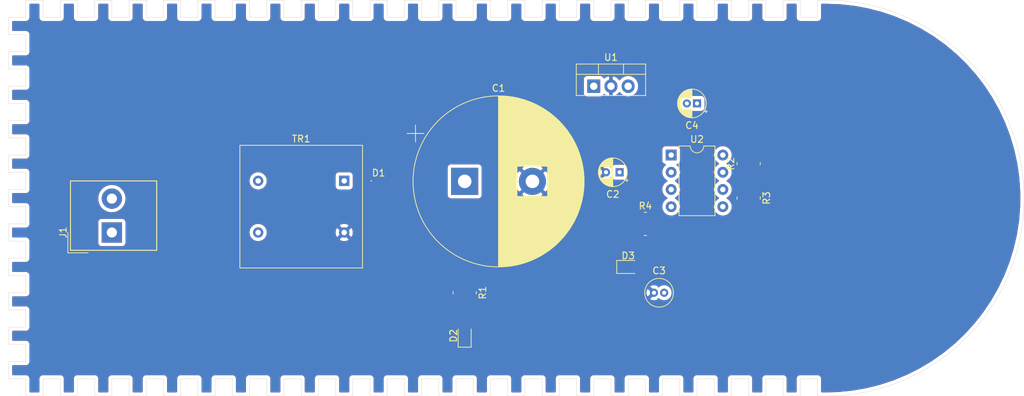
<source format=kicad_pcb>
(kicad_pcb (version 20171130) (host pcbnew 5.99.0+really5.1.10+dfsg1-1)
  (layers (0 F.Cu signal) (31 B.Cu signal) (34 B.Paste user) (35 F.Paste user) (36 B.SilkS user) (37 F.SilkS user) (38 B.Mask user) (39 F.Mask user) (44 Edge.Cuts user))
  (net 0 "")
  (net 1 "Net-(C1-Pad1)")
  (net 2 GND)
  (net 3 "Net-(C2-Pad1)")
  (net 4 "Net-(C3-Pad2)")
  (net 5 "Net-(C4-Pad2)")
  (net 6 "Net-(D1-Pad2)")
  (net 7 "Net-(D2-Pad2)")
  (net 8 "Net-(D3-Pad2)")
  (net 9 "Net-(J1-Pad1)")
  (net 10 "Net-(J1-Pad2)")
  (net 11 "Net-(R4-Pad2)")
  (module Capacitor_THT:CP_Radial_D25.0mm_P10.00mm_SnapIn (layer F.Cu) (at 149.86 0.075001)
    (fp_text reference C1 (at 5 -13.75) (layer F.SilkS))
    (fp_text value "4500 uf")
    (pad 1 thru_hole rect (at 0 0) (size 4 4) (drill 2) (layers *.Cu *.Mask) (net 1 "Net-(C1-Pad1)"))
    (pad 2 thru_hole circle (at 10 0) (size 4 4) (drill 2) (layers *.Cu *.Mask) (net 2 GND))
  )
  (module Capacitor_THT:CP_Radial_D4.0mm_P2.00mm (layer F.Cu) (at 172.72 -1.27 180)
    (fp_text reference C2 (at 1 -3.25) (layer F.SilkS))
    (fp_text value "100 uf")
    (pad 1 thru_hole rect (at 0 0 180) (size 1.2 1.2) (drill 0.6) (layers *.Cu *.Mask) (net 3 "Net-(C2-Pad1)"))
    (pad 2 thru_hole circle (at 2 0 180) (size 1.2 1.2) (drill 0.6) (layers *.Cu *.Mask) (net 2 GND))
  )
  (module Capacitor_THT:C_Radial_D4.0mm_H7.0mm_P1.50mm (layer F.Cu) (at 177.8 16.51)
    (fp_text reference C3 (at 0.75 -3.25) (layer F.SilkS))
    (fp_text value "0.1 uf")
    (pad 1 thru_hole circle (at 0 0) (size 1.2 1.2) (drill 0.6) (layers *.Cu *.Mask) (net 2 GND))
    (pad 2 thru_hole circle (at 1.5 0) (size 1.2 1.2) (drill 0.6) (layers *.Cu *.Mask) (net 4 "Net-(C3-Pad2)"))
  )
  (module Capacitor_THT:CP_Radial_D4.0mm_P1.50mm (layer F.Cu) (at 184.15 -11.43 180)
    (fp_text reference C4 (at 0.75 -3.25) (layer F.SilkS))
    (fp_text value "10 uf")
    (pad 1 thru_hole rect (at 0 0 180) (size 1.2 1.2) (drill 0.6) (layers *.Cu *.Mask) (net 4 "Net-(C3-Pad2)"))
    (pad 2 thru_hole circle (at 1.5 0 180) (size 1.2 1.2) (drill 0.6) (layers *.Cu *.Mask) (net 5 "Net-(C4-Pad2)"))
  )
  (module Diode_SMD:D_0402_1005Metric (layer F.Cu) (at 137.16 0)
    (fp_text reference D1 (at 0 -1.17) (layer F.SilkS))
    (fp_text value D)
    (pad 1 smd roundrect (at -0.485 0) (size 0.59 0.64) (layers F.Cu F.Paste F.Mask) (net 1 "Net-(C1-Pad1)"))
    (pad 2 smd roundrect (at 0.485 0) (size 0.59 0.64) (layers F.Cu F.Paste F.Mask) (net 6 "Net-(D1-Pad2)"))
  )
  (module LED_SMD:LED_0805_2012Metric (layer F.Cu) (at 149.86 22.86 90)
    (fp_text reference D2 (at 0 -1.65 90) (layer F.SilkS))
    (fp_text value LED)
    (pad 1 smd roundrect (at -0.9375 0 90) (size 0.975 1.4) (layers F.Cu F.Paste F.Mask) (net 2 GND))
    (pad 2 smd roundrect (at 0.9375 0 90) (size 0.975 1.4) (layers F.Cu F.Paste F.Mask) (net 7 "Net-(D2-Pad2)"))
  )
  (module LED_SMD:LED_0805_2012Metric (layer F.Cu) (at 173.99 12.7)
    (fp_text reference D3 (at 0 -1.65) (layer F.SilkS))
    (fp_text value LED)
    (pad 2 smd roundrect (at 0.9375 0) (size 0.975 1.4) (layers F.Cu F.Paste F.Mask) (net 8 "Net-(D3-Pad2)"))
    (pad 1 smd roundrect (at -0.9375 0) (size 0.975 1.4) (layers F.Cu F.Paste F.Mask) (net 2 GND))
  )
  (module TerminalBlock_Altech:Altech_AK300_1x02_P5.00mm_45-Degree (layer F.Cu) (at 97.79 7.62 90)
    (fp_text reference J1 (at 0 -7.2 90) (layer F.SilkS))
    (fp_text value Screw_Terminal_01x02)
    (pad 1 thru_hole rect (at 0 0 90) (size 3 3) (drill 1.5) (layers *.Cu *.Mask) (net 9 "Net-(J1-Pad1)"))
    (pad 2 thru_hole circle (at 5 0 90) (size 3 3) (drill 1.5) (layers *.Cu *.Mask) (net 10 "Net-(J1-Pad2)"))
  )
  (module Resistor_SMD:R_0612_1632Metric (layer F.Cu) (at 149.86 16.51 270)
    (fp_text reference R1 (at 0 -2.65 90) (layer F.SilkS))
    (fp_text value 1k)
    (pad 1 smd roundrect (at -0.75 0 270) (size 1 3.4) (layers F.Cu F.Paste F.Mask) (net 1 "Net-(C1-Pad1)"))
    (pad 2 smd roundrect (at 0.75 0 270) (size 1 3.4) (layers F.Cu F.Paste F.Mask) (net 7 "Net-(D2-Pad2)"))
  )
  (module Resistor_SMD:R_0612_1632Metric (layer F.Cu) (at 191.77 -2.54 90)
    (fp_text reference R2 (at 0 -2.65 90) (layer F.SilkS))
    (fp_text value 1k)
    (pad 2 smd roundrect (at 0.75 0 90) (size 1 3.4) (layers F.Cu F.Paste F.Mask) (net 4 "Net-(C3-Pad2)"))
    (pad 1 smd roundrect (at -0.75 0 90) (size 1 3.4) (layers F.Cu F.Paste F.Mask) (net 3 "Net-(C2-Pad1)"))
  )
  (module Resistor_SMD:R_0612_1632Metric (layer F.Cu) (at 191.77 2.54 270)
    (fp_text reference R3 (at 0 -2.65 90) (layer F.SilkS))
    (fp_text value 100k)
    (pad 1 smd roundrect (at -0.75 0 270) (size 1 3.4) (layers F.Cu F.Paste F.Mask) (net 3 "Net-(C2-Pad1)"))
    (pad 2 smd roundrect (at 0.75 0 270) (size 1 3.4) (layers F.Cu F.Paste F.Mask) (net 4 "Net-(C3-Pad2)"))
  )
  (module Resistor_SMD:R_0612_1632Metric (layer F.Cu) (at 176.53 6.35)
    (fp_text reference R4 (at 0 -2.65) (layer F.SilkS))
    (fp_text value 100)
    (pad 2 smd roundrect (at 0.75 0) (size 1 3.4) (layers F.Cu F.Paste F.Mask) (net 11 "Net-(R4-Pad2)"))
    (pad 1 smd roundrect (at -0.75 0) (size 1 3.4) (layers F.Cu F.Paste F.Mask) (net 8 "Net-(D3-Pad2)"))
  )
  (module Package_TO_SOT_THT:TO-220-3_Vertical (layer F.Cu) (at 168.91 -13.97)
    (fp_text reference U1 (at 2.54 -4.27) (layer F.SilkS))
    (fp_text value LM7805_TO220)
    (pad 1 thru_hole rect (at 0 0) (size 1.905 2) (drill 1.1) (layers *.Cu *.Mask) (net 1 "Net-(C1-Pad1)"))
    (pad 2 thru_hole oval (at 2.54 0) (size 1.905 2) (drill 1.1) (layers *.Cu *.Mask) (net 2 GND))
    (pad 3 thru_hole oval (at 5.08 0) (size 1.905 2) (drill 1.1) (layers *.Cu *.Mask) (net 3 "Net-(C2-Pad1)"))
  )
  (module Package_DIP:DIP-8_W7.62mm (layer F.Cu) (at 180.34 -3.81)
    (fp_text reference U2 (at 3.81 -2.33) (layer F.SilkS))
    (fp_text value NE555P)
    (pad 1 thru_hole rect (at 0 0) (size 1.6 1.6) (drill 0.8) (layers *.Cu *.Mask) (net 5 "Net-(C4-Pad2)"))
    (pad 5 thru_hole oval (at 7.62 7.62) (size 1.6 1.6) (drill 0.8) (layers *.Cu *.Mask) (net 4 "Net-(C3-Pad2)"))
    (pad 2 thru_hole oval (at 0 2.54) (size 1.6 1.6) (drill 0.8) (layers *.Cu *.Mask) (net 4 "Net-(C3-Pad2)"))
    (pad 6 thru_hole oval (at 7.62 5.08) (size 1.6 1.6) (drill 0.8) (layers *.Cu *.Mask) (net 4 "Net-(C3-Pad2)"))
    (pad 3 thru_hole oval (at 0 5.08) (size 1.6 1.6) (drill 0.8) (layers *.Cu *.Mask) (net 11 "Net-(R4-Pad2)"))
    (pad 7 thru_hole oval (at 7.62 2.54) (size 1.6 1.6) (drill 0.8) (layers *.Cu *.Mask) (net 3 "Net-(C2-Pad1)"))
    (pad 4 thru_hole oval (at 0 7.62) (size 1.6 1.6) (drill 0.8) (layers *.Cu *.Mask) (net 4 "Net-(C3-Pad2)"))
    (pad 8 thru_hole oval (at 7.62 0) (size 1.6 1.6) (drill 0.8) (layers *.Cu *.Mask) (net 4 "Net-(C3-Pad2)"))
  )
  (module Transformer_THT:Transformer_NF_ETAL_1-1_P1200 (layer F.Cu) (at 132.08 0)
    (fp_text reference TR1 (at -6.35 -6.2) (layer F.SilkS))
    (fp_text value 240/9v)
    (pad 6 thru_hole circle (at -12.7 0) (size 1.52 1.52) (drill 0.81) (layers *.Cu *.Mask) (net 10 "Net-(J1-Pad2)"))
    (pad 4 thru_hole circle (at -12.7 7.62) (size 1.52 1.52) (drill 0.81) (layers *.Cu *.Mask) (net 9 "Net-(J1-Pad1)"))
    (pad 1 thru_hole rect (at 0 0) (size 1.52 1.52) (drill 0.81) (layers *.Cu *.Mask) (net 6 "Net-(D1-Pad2)"))
    (pad 3 thru_hole circle (at 0 7.62) (size 1.52 1.52) (drill 0.81) (layers *.Cu *.Mask) (net 2 GND))
  )
  (gr_arc (start 203.2 2.54) (end 203.2 31.75) (angle -180) (layer Edge.Cuts) (width 0.05))
  (gr_line (start 201.93 31.75) (end 203.2 31.75) (layer Edge.Cuts) (width 0.05))
  (gr_line (start 201.93 29.21) (end 201.93 31.75) (layer Edge.Cuts) (width 0.05))
  (gr_line (start 201.93 -26.67) (end 203.2 -26.67) (layer Edge.Cuts) (width 0.05))
  (gr_line (start 201.93 -24.13) (end 201.93 -26.67) (layer Edge.Cuts) (width 0.05))
  (gr_line (start 199.39 -24.13) (end 201.93 -24.13) (layer Edge.Cuts) (width 0.05))
  (gr_line (start 199.39 -26.67) (end 199.39 -24.13) (layer Edge.Cuts) (width 0.05))
  (gr_line (start 196.85 -26.67) (end 199.39 -26.67) (layer Edge.Cuts) (width 0.05))
  (gr_line (start 196.85 -24.13) (end 196.85 -26.67) (layer Edge.Cuts) (width 0.05))
  (gr_line (start 194.31 -24.13) (end 196.85 -24.13) (layer Edge.Cuts) (width 0.05))
  (gr_line (start 194.31 -26.67) (end 194.31 -24.13) (layer Edge.Cuts) (width 0.05))
  (gr_line (start 191.77 -26.67) (end 194.31 -26.67) (layer Edge.Cuts) (width 0.05))
  (gr_line (start 191.77 -24.13) (end 191.77 -26.67) (layer Edge.Cuts) (width 0.05))
  (gr_line (start 189.23 -24.13) (end 191.77 -24.13) (layer Edge.Cuts) (width 0.05))
  (gr_line (start 189.23 -26.67) (end 189.23 -24.13) (layer Edge.Cuts) (width 0.05))
  (gr_line (start 186.69 -26.67) (end 189.23 -26.67) (layer Edge.Cuts) (width 0.05))
  (gr_line (start 186.69 -24.13) (end 186.69 -26.67) (layer Edge.Cuts) (width 0.05))
  (gr_line (start 184.15 -24.13) (end 186.69 -24.13) (layer Edge.Cuts) (width 0.05))
  (gr_line (start 184.15 -26.67) (end 184.15 -24.13) (layer Edge.Cuts) (width 0.05))
  (gr_line (start 181.61 -26.67) (end 184.15 -26.67) (layer Edge.Cuts) (width 0.05))
  (gr_line (start 181.61 -24.13) (end 181.61 -26.67) (layer Edge.Cuts) (width 0.05))
  (gr_line (start 179.07 -24.13) (end 181.61 -24.13) (layer Edge.Cuts) (width 0.05))
  (gr_line (start 179.07 -26.67) (end 179.07 -24.13) (layer Edge.Cuts) (width 0.05))
  (gr_line (start 176.53 -26.67) (end 179.07 -26.67) (layer Edge.Cuts) (width 0.05))
  (gr_line (start 176.53 -24.13) (end 176.53 -26.67) (layer Edge.Cuts) (width 0.05))
  (gr_line (start 173.99 -24.13) (end 176.53 -24.13) (layer Edge.Cuts) (width 0.05))
  (gr_line (start 173.99 -26.67) (end 173.99 -24.13) (layer Edge.Cuts) (width 0.05))
  (gr_line (start 171.45 -26.67) (end 173.99 -26.67) (layer Edge.Cuts) (width 0.05))
  (gr_line (start 171.45 -24.13) (end 171.45 -26.67) (layer Edge.Cuts) (width 0.05))
  (gr_line (start 168.91 -24.13) (end 171.45 -24.13) (layer Edge.Cuts) (width 0.05))
  (gr_line (start 168.91 -26.67) (end 168.91 -24.13) (layer Edge.Cuts) (width 0.05))
  (gr_line (start 166.37 -26.67) (end 168.91 -26.67) (layer Edge.Cuts) (width 0.05))
  (gr_line (start 166.37 -24.13) (end 166.37 -26.67) (layer Edge.Cuts) (width 0.05))
  (gr_line (start 163.83 -24.13) (end 166.37 -24.13) (layer Edge.Cuts) (width 0.05))
  (gr_line (start 163.83 -26.67) (end 163.83 -24.13) (layer Edge.Cuts) (width 0.05))
  (gr_line (start 161.29 -26.67) (end 163.83 -26.67) (layer Edge.Cuts) (width 0.05))
  (gr_line (start 161.29 -24.13) (end 161.29 -26.67) (layer Edge.Cuts) (width 0.05))
  (gr_line (start 158.75 -24.13) (end 161.29 -24.13) (layer Edge.Cuts) (width 0.05))
  (gr_line (start 158.75 -26.67) (end 158.75 -24.13) (layer Edge.Cuts) (width 0.05))
  (gr_line (start 156.21 -26.67) (end 158.75 -26.67) (layer Edge.Cuts) (width 0.05))
  (gr_line (start 156.21 -24.13) (end 156.21 -26.67) (layer Edge.Cuts) (width 0.05))
  (gr_line (start 153.67 -24.13) (end 156.21 -24.13) (layer Edge.Cuts) (width 0.05))
  (gr_line (start 153.67 -26.67) (end 153.67 -24.13) (layer Edge.Cuts) (width 0.05))
  (gr_line (start 151.13 -26.67) (end 153.67 -26.67) (layer Edge.Cuts) (width 0.05))
  (gr_line (start 151.13 -24.13) (end 151.13 -26.67) (layer Edge.Cuts) (width 0.05))
  (gr_line (start 148.59 -24.13) (end 151.13 -24.13) (layer Edge.Cuts) (width 0.05))
  (gr_line (start 148.59 -26.67) (end 148.59 -24.13) (layer Edge.Cuts) (width 0.05))
  (gr_line (start 146.05 -26.67) (end 148.59 -26.67) (layer Edge.Cuts) (width 0.05))
  (gr_line (start 146.05 -24.13) (end 146.05 -26.67) (layer Edge.Cuts) (width 0.05))
  (gr_line (start 143.51 -24.13) (end 146.05 -24.13) (layer Edge.Cuts) (width 0.05))
  (gr_line (start 143.51 -26.67) (end 143.51 -24.13) (layer Edge.Cuts) (width 0.05))
  (gr_line (start 140.97 -26.67) (end 143.51 -26.67) (layer Edge.Cuts) (width 0.05))
  (gr_line (start 140.97 -24.13) (end 140.97 -26.67) (layer Edge.Cuts) (width 0.05))
  (gr_line (start 138.43 -24.13) (end 140.97 -24.13) (layer Edge.Cuts) (width 0.05))
  (gr_line (start 138.43 -26.67) (end 138.43 -24.13) (layer Edge.Cuts) (width 0.05))
  (gr_line (start 135.89 -26.67) (end 138.43 -26.67) (layer Edge.Cuts) (width 0.05))
  (gr_line (start 135.89 -24.13) (end 135.89 -26.67) (layer Edge.Cuts) (width 0.05))
  (gr_line (start 133.35 -24.13) (end 135.89 -24.13) (layer Edge.Cuts) (width 0.05))
  (gr_line (start 133.35 -26.67) (end 133.35 -24.13) (layer Edge.Cuts) (width 0.05))
  (gr_line (start 130.81 -26.67) (end 133.35 -26.67) (layer Edge.Cuts) (width 0.05))
  (gr_line (start 130.81 -24.13) (end 130.81 -26.67) (layer Edge.Cuts) (width 0.05))
  (gr_line (start 128.27 -24.13) (end 130.81 -24.13) (layer Edge.Cuts) (width 0.05))
  (gr_line (start 128.27 -26.67) (end 128.27 -24.13) (layer Edge.Cuts) (width 0.05))
  (gr_line (start 125.73 -26.67) (end 128.27 -26.67) (layer Edge.Cuts) (width 0.05))
  (gr_line (start 125.73 -24.13) (end 125.73 -26.67) (layer Edge.Cuts) (width 0.05))
  (gr_line (start 123.19 -24.13) (end 125.73 -24.13) (layer Edge.Cuts) (width 0.05))
  (gr_line (start 123.19 -26.67) (end 123.19 -24.13) (layer Edge.Cuts) (width 0.05))
  (gr_line (start 120.65 -26.67) (end 123.19 -26.67) (layer Edge.Cuts) (width 0.05))
  (gr_line (start 120.65 -24.13) (end 120.65 -26.67) (layer Edge.Cuts) (width 0.05))
  (gr_line (start 118.11 -24.13) (end 120.65 -24.13) (layer Edge.Cuts) (width 0.05))
  (gr_line (start 118.11 -26.67) (end 118.11 -24.13) (layer Edge.Cuts) (width 0.05))
  (gr_line (start 115.57 -26.67) (end 118.11 -26.67) (layer Edge.Cuts) (width 0.05))
  (gr_line (start 115.57 -24.13) (end 115.57 -26.67) (layer Edge.Cuts) (width 0.05))
  (gr_line (start 113.03 -24.13) (end 115.57 -24.13) (layer Edge.Cuts) (width 0.05))
  (gr_line (start 113.03 -26.67) (end 113.03 -24.13) (layer Edge.Cuts) (width 0.05))
  (gr_line (start 110.49 -26.67) (end 113.03 -26.67) (layer Edge.Cuts) (width 0.05))
  (gr_line (start 110.49 -24.13) (end 110.49 -26.67) (layer Edge.Cuts) (width 0.05))
  (gr_line (start 107.95 -24.13) (end 110.49 -24.13) (layer Edge.Cuts) (width 0.05))
  (gr_line (start 107.95 -26.67) (end 107.95 -24.13) (layer Edge.Cuts) (width 0.05))
  (gr_line (start 105.41 -26.67) (end 107.95 -26.67) (layer Edge.Cuts) (width 0.05))
  (gr_line (start 105.41 -24.13) (end 105.41 -26.67) (layer Edge.Cuts) (width 0.05))
  (gr_line (start 102.87 -24.13) (end 105.41 -24.13) (layer Edge.Cuts) (width 0.05))
  (gr_line (start 102.87 -26.67) (end 102.87 -24.13) (layer Edge.Cuts) (width 0.05))
  (gr_line (start 100.33 -26.67) (end 102.87 -26.67) (layer Edge.Cuts) (width 0.05))
  (gr_line (start 100.33 -24.13) (end 100.33 -26.67) (layer Edge.Cuts) (width 0.05))
  (gr_line (start 97.79 -24.13) (end 100.33 -24.13) (layer Edge.Cuts) (width 0.05))
  (gr_line (start 97.79 -26.67) (end 97.79 -24.13) (layer Edge.Cuts) (width 0.05))
  (gr_line (start 95.25 -26.67) (end 97.79 -26.67) (layer Edge.Cuts) (width 0.05))
  (gr_line (start 95.25 -24.13) (end 95.25 -26.67) (layer Edge.Cuts) (width 0.05))
  (gr_line (start 92.71 -24.13) (end 95.25 -24.13) (layer Edge.Cuts) (width 0.05))
  (gr_line (start 92.71 -26.67) (end 92.71 -24.13) (layer Edge.Cuts) (width 0.05))
  (gr_line (start 90.17 -26.67) (end 92.71 -26.67) (layer Edge.Cuts) (width 0.05))
  (gr_line (start 90.17 -24.13) (end 90.17 -26.67) (layer Edge.Cuts) (width 0.05))
  (gr_line (start 87.63 -24.13) (end 90.17 -24.13) (layer Edge.Cuts) (width 0.05))
  (gr_line (start 87.63 -26.67) (end 87.63 -24.13) (layer Edge.Cuts) (width 0.05))
  (gr_line (start 85.09 -26.67) (end 87.63 -26.67) (layer Edge.Cuts) (width 0.05))
  (gr_line (start 85.09 -24.13) (end 85.09 -26.67) (layer Edge.Cuts) (width 0.05))
  (gr_line (start 82.55 -24.13) (end 85.09 -24.13) (layer Edge.Cuts) (width 0.05))
  (gr_line (start 82.55 -21.59) (end 82.55 -24.13) (layer Edge.Cuts) (width 0.05))
  (gr_line (start 85.09 -21.59) (end 82.55 -21.59) (layer Edge.Cuts) (width 0.05))
  (gr_line (start 85.09 -20.32) (end 85.09 -21.59) (layer Edge.Cuts) (width 0.05))
  (gr_line (start 85.09 -19.05) (end 85.09 -20.32) (layer Edge.Cuts) (width 0.05))
  (gr_line (start 82.55 -19.05) (end 85.09 -19.05) (layer Edge.Cuts) (width 0.05))
  (gr_line (start 199.39 29.21) (end 201.93 29.21) (layer Edge.Cuts) (width 0.05))
  (gr_line (start 199.39 31.75) (end 199.39 29.21) (layer Edge.Cuts) (width 0.05))
  (gr_line (start 196.85 31.75) (end 199.39 31.75) (layer Edge.Cuts) (width 0.05))
  (gr_line (start 196.85 29.21) (end 196.85 31.75) (layer Edge.Cuts) (width 0.05))
  (gr_line (start 194.31 29.21) (end 196.85 29.21) (layer Edge.Cuts) (width 0.05))
  (gr_line (start 194.31 31.75) (end 194.31 29.21) (layer Edge.Cuts) (width 0.05))
  (gr_line (start 191.77 31.75) (end 194.31 31.75) (layer Edge.Cuts) (width 0.05))
  (gr_line (start 191.77 29.21) (end 191.77 31.75) (layer Edge.Cuts) (width 0.05))
  (gr_line (start 189.23 29.21) (end 191.77 29.21) (layer Edge.Cuts) (width 0.05))
  (gr_line (start 189.23 31.75) (end 189.23 29.21) (layer Edge.Cuts) (width 0.05))
  (gr_line (start 186.69 31.75) (end 189.23 31.75) (layer Edge.Cuts) (width 0.05))
  (gr_line (start 186.69 29.21) (end 186.69 31.75) (layer Edge.Cuts) (width 0.05))
  (gr_line (start 184.15 29.21) (end 186.69 29.21) (layer Edge.Cuts) (width 0.05))
  (gr_line (start 184.15 31.75) (end 184.15 29.21) (layer Edge.Cuts) (width 0.05))
  (gr_line (start 181.61 31.75) (end 184.15 31.75) (layer Edge.Cuts) (width 0.05))
  (gr_line (start 181.61 29.21) (end 181.61 31.75) (layer Edge.Cuts) (width 0.05))
  (gr_line (start 179.07 29.21) (end 181.61 29.21) (layer Edge.Cuts) (width 0.05))
  (gr_line (start 179.07 31.75) (end 179.07 29.21) (layer Edge.Cuts) (width 0.05))
  (gr_line (start 176.53 31.75) (end 179.07 31.75) (layer Edge.Cuts) (width 0.05))
  (gr_line (start 176.53 29.21) (end 176.53 31.75) (layer Edge.Cuts) (width 0.05))
  (gr_line (start 173.99 29.21) (end 176.53 29.21) (layer Edge.Cuts) (width 0.05))
  (gr_line (start 173.99 31.75) (end 173.99 29.21) (layer Edge.Cuts) (width 0.05))
  (gr_line (start 171.45 31.75) (end 173.99 31.75) (layer Edge.Cuts) (width 0.05))
  (gr_line (start 171.45 29.21) (end 171.45 31.75) (layer Edge.Cuts) (width 0.05))
  (gr_line (start 168.91 29.21) (end 171.45 29.21) (layer Edge.Cuts) (width 0.05))
  (gr_line (start 168.91 31.75) (end 168.91 29.21) (layer Edge.Cuts) (width 0.05))
  (gr_line (start 166.37 31.75) (end 168.91 31.75) (layer Edge.Cuts) (width 0.05))
  (gr_line (start 166.37 29.21) (end 166.37 31.75) (layer Edge.Cuts) (width 0.05))
  (gr_line (start 163.83 29.21) (end 166.37 29.21) (layer Edge.Cuts) (width 0.05))
  (gr_line (start 163.83 31.75) (end 163.83 29.21) (layer Edge.Cuts) (width 0.05))
  (gr_line (start 161.29 31.75) (end 163.83 31.75) (layer Edge.Cuts) (width 0.05))
  (gr_line (start 161.29 29.21) (end 161.29 31.75) (layer Edge.Cuts) (width 0.05))
  (gr_line (start 158.75 29.21) (end 161.29 29.21) (layer Edge.Cuts) (width 0.05))
  (gr_line (start 158.75 31.75) (end 158.75 29.21) (layer Edge.Cuts) (width 0.05))
  (gr_line (start 156.21 31.75) (end 158.75 31.75) (layer Edge.Cuts) (width 0.05))
  (gr_line (start 156.21 29.21) (end 156.21 31.75) (layer Edge.Cuts) (width 0.05))
  (gr_line (start 153.67 29.21) (end 156.21 29.21) (layer Edge.Cuts) (width 0.05))
  (gr_line (start 153.67 31.75) (end 153.67 29.21) (layer Edge.Cuts) (width 0.05))
  (gr_line (start 151.13 31.75) (end 153.67 31.75) (layer Edge.Cuts) (width 0.05))
  (gr_line (start 151.13 29.21) (end 151.13 31.75) (layer Edge.Cuts) (width 0.05))
  (gr_line (start 148.59 29.21) (end 151.13 29.21) (layer Edge.Cuts) (width 0.05))
  (gr_line (start 148.59 31.75) (end 148.59 29.21) (layer Edge.Cuts) (width 0.05))
  (gr_line (start 146.05 31.75) (end 148.59 31.75) (layer Edge.Cuts) (width 0.05))
  (gr_line (start 146.05 29.21) (end 146.05 31.75) (layer Edge.Cuts) (width 0.05))
  (gr_line (start 143.51 29.21) (end 146.05 29.21) (layer Edge.Cuts) (width 0.05))
  (gr_line (start 143.51 31.75) (end 143.51 29.21) (layer Edge.Cuts) (width 0.05))
  (gr_line (start 140.97 31.75) (end 143.51 31.75) (layer Edge.Cuts) (width 0.05))
  (gr_line (start 140.97 29.21) (end 140.97 31.75) (layer Edge.Cuts) (width 0.05))
  (gr_line (start 138.43 29.21) (end 140.97 29.21) (layer Edge.Cuts) (width 0.05))
  (gr_line (start 138.43 31.75) (end 138.43 29.21) (layer Edge.Cuts) (width 0.05))
  (gr_line (start 135.89 31.75) (end 138.43 31.75) (layer Edge.Cuts) (width 0.05))
  (gr_line (start 135.89 29.21) (end 135.89 31.75) (layer Edge.Cuts) (width 0.05))
  (gr_line (start 133.35 29.21) (end 135.89 29.21) (layer Edge.Cuts) (width 0.05))
  (gr_line (start 133.35 31.75) (end 133.35 29.21) (layer Edge.Cuts) (width 0.05))
  (gr_line (start 130.81 31.75) (end 133.35 31.75) (layer Edge.Cuts) (width 0.05))
  (gr_line (start 130.81 29.21) (end 130.81 31.75) (layer Edge.Cuts) (width 0.05))
  (gr_line (start 128.27 29.21) (end 130.81 29.21) (layer Edge.Cuts) (width 0.05))
  (gr_line (start 128.27 31.75) (end 128.27 29.21) (layer Edge.Cuts) (width 0.05))
  (gr_line (start 125.73 31.75) (end 128.27 31.75) (layer Edge.Cuts) (width 0.05))
  (gr_line (start 125.73 29.21) (end 125.73 31.75) (layer Edge.Cuts) (width 0.05))
  (gr_line (start 123.19 29.21) (end 125.73 29.21) (layer Edge.Cuts) (width 0.05))
  (gr_line (start 123.19 31.75) (end 123.19 29.21) (layer Edge.Cuts) (width 0.05))
  (gr_line (start 120.65 31.75) (end 123.19 31.75) (layer Edge.Cuts) (width 0.05))
  (gr_line (start 120.65 29.21) (end 120.65 31.75) (layer Edge.Cuts) (width 0.05))
  (gr_line (start 118.11 29.21) (end 120.65 29.21) (layer Edge.Cuts) (width 0.05))
  (gr_line (start 118.11 31.75) (end 118.11 29.21) (layer Edge.Cuts) (width 0.05))
  (gr_line (start 115.57 31.75) (end 118.11 31.75) (layer Edge.Cuts) (width 0.05))
  (gr_line (start 115.57 29.21) (end 115.57 31.75) (layer Edge.Cuts) (width 0.05))
  (gr_line (start 114.3 29.21) (end 115.57 29.21) (layer Edge.Cuts) (width 0.05))
  (gr_line (start 113.03 29.21) (end 114.3 29.21) (layer Edge.Cuts) (width 0.05))
  (gr_line (start 113.03 31.75) (end 113.03 29.21) (layer Edge.Cuts) (width 0.05))
  (gr_line (start 110.49 31.75) (end 113.03 31.75) (layer Edge.Cuts) (width 0.05))
  (gr_line (start 110.49 29.21) (end 110.49 31.75) (layer Edge.Cuts) (width 0.05))
  (gr_line (start 107.95 29.21) (end 110.49 29.21) (layer Edge.Cuts) (width 0.05))
  (gr_line (start 107.95 31.75) (end 107.95 29.21) (layer Edge.Cuts) (width 0.05))
  (gr_line (start 105.41 31.75) (end 107.95 31.75) (layer Edge.Cuts) (width 0.05))
  (gr_line (start 105.41 29.21) (end 105.41 31.75) (layer Edge.Cuts) (width 0.05))
  (gr_line (start 102.87 29.21) (end 105.41 29.21) (layer Edge.Cuts) (width 0.05))
  (gr_line (start 102.87 31.75) (end 102.87 29.21) (layer Edge.Cuts) (width 0.05))
  (gr_line (start 100.33 31.75) (end 102.87 31.75) (layer Edge.Cuts) (width 0.05))
  (gr_line (start 100.33 29.21) (end 100.33 31.75) (layer Edge.Cuts) (width 0.05))
  (gr_line (start 97.79 29.21) (end 100.33 29.21) (layer Edge.Cuts) (width 0.05))
  (gr_line (start 97.79 31.75) (end 97.79 29.21) (layer Edge.Cuts) (width 0.05))
  (gr_line (start 95.25 31.75) (end 97.79 31.75) (layer Edge.Cuts) (width 0.05))
  (gr_line (start 95.25 29.21) (end 95.25 31.75) (layer Edge.Cuts) (width 0.05))
  (gr_line (start 92.71 29.21) (end 95.25 29.21) (layer Edge.Cuts) (width 0.05))
  (gr_line (start 92.71 31.75) (end 92.71 29.21) (layer Edge.Cuts) (width 0.05))
  (gr_line (start 90.17 31.75) (end 92.71 31.75) (layer Edge.Cuts) (width 0.05))
  (gr_line (start 90.17 29.21) (end 90.17 31.75) (layer Edge.Cuts) (width 0.05))
  (gr_line (start 87.63 29.21) (end 90.17 29.21) (layer Edge.Cuts) (width 0.05))
  (gr_line (start 87.63 31.75) (end 87.63 29.21) (layer Edge.Cuts) (width 0.05))
  (gr_line (start 85.09 31.75) (end 87.63 31.75) (layer Edge.Cuts) (width 0.05))
  (gr_line (start 85.09 29.21) (end 85.09 31.75) (layer Edge.Cuts) (width 0.05))
  (gr_line (start 82.55 29.21) (end 85.09 29.21) (layer Edge.Cuts) (width 0.05))
  (gr_line (start 82.55 26.67) (end 82.55 29.21) (layer Edge.Cuts) (width 0.05))
  (gr_line (start 85.09 26.67) (end 82.55 26.67) (layer Edge.Cuts) (width 0.05))
  (gr_line (start 85.09 24.13) (end 85.09 26.67) (layer Edge.Cuts) (width 0.05))
  (gr_line (start 82.55 24.13) (end 85.09 24.13) (layer Edge.Cuts) (width 0.05))
  (gr_line (start 82.55 21.59) (end 82.55 24.13) (layer Edge.Cuts) (width 0.05))
  (gr_line (start 85.09 21.59) (end 82.55 21.59) (layer Edge.Cuts) (width 0.05))
  (gr_line (start 85.09 19.05) (end 85.09 21.59) (layer Edge.Cuts) (width 0.05))
  (gr_line (start 82.55 19.05) (end 85.09 19.05) (layer Edge.Cuts) (width 0.05))
  (gr_line (start 82.55 16.51) (end 82.55 19.05) (layer Edge.Cuts) (width 0.05))
  (gr_line (start 85.09 16.51) (end 82.55 16.51) (layer Edge.Cuts) (width 0.05))
  (gr_line (start 85.09 13.97) (end 85.09 16.51) (layer Edge.Cuts) (width 0.05))
  (gr_line (start 82.55 13.97) (end 85.09 13.97) (layer Edge.Cuts) (width 0.05))
  (gr_line (start 82.55 11.43) (end 82.55 13.97) (layer Edge.Cuts) (width 0.05))
  (gr_line (start 85.09 11.43) (end 82.55 11.43) (layer Edge.Cuts) (width 0.05))
  (gr_line (start 85.09 8.89) (end 85.09 11.43) (layer Edge.Cuts) (width 0.05))
  (gr_line (start 82.55 8.89) (end 85.09 8.89) (layer Edge.Cuts) (width 0.05))
  (gr_line (start 82.55 6.35) (end 82.55 8.89) (layer Edge.Cuts) (width 0.05))
  (gr_line (start 85.09 6.35) (end 82.55 6.35) (layer Edge.Cuts) (width 0.05))
  (gr_line (start 85.09 3.81) (end 85.09 6.35) (layer Edge.Cuts) (width 0.05))
  (gr_line (start 82.55 3.81) (end 85.09 3.81) (layer Edge.Cuts) (width 0.05))
  (gr_line (start 82.55 1.27) (end 82.55 3.81) (layer Edge.Cuts) (width 0.05))
  (gr_line (start 85.09 1.27) (end 82.55 1.27) (layer Edge.Cuts) (width 0.05))
  (gr_line (start 85.09 -1.27) (end 85.09 1.27) (layer Edge.Cuts) (width 0.05))
  (gr_line (start 82.55 -1.27) (end 85.09 -1.27) (layer Edge.Cuts) (width 0.05))
  (gr_line (start 82.55 -3.81) (end 82.55 -1.27) (layer Edge.Cuts) (width 0.05))
  (gr_line (start 85.09 -3.81) (end 82.55 -3.81) (layer Edge.Cuts) (width 0.05))
  (gr_line (start 85.09 -6.35) (end 85.09 -3.81) (layer Edge.Cuts) (width 0.05))
  (gr_line (start 82.55 -6.35) (end 85.09 -6.35) (layer Edge.Cuts) (width 0.05))
  (gr_line (start 82.55 -8.89) (end 82.55 -6.35) (layer Edge.Cuts) (width 0.05))
  (gr_line (start 85.09 -8.89) (end 82.55 -8.89) (layer Edge.Cuts) (width 0.05))
  (gr_line (start 85.09 -11.43) (end 85.09 -8.89) (layer Edge.Cuts) (width 0.05))
  (gr_line (start 82.55 -11.43) (end 85.09 -11.43) (layer Edge.Cuts) (width 0.05))
  (gr_line (start 82.55 -13.97) (end 82.55 -11.43) (layer Edge.Cuts) (width 0.05))
  (gr_line (start 85.09 -13.97) (end 82.55 -13.97) (layer Edge.Cuts) (width 0.05))
  (gr_line (start 85.09 -16.51) (end 85.09 -13.97) (layer Edge.Cuts) (width 0.05))
  (gr_line (start 82.55 -16.51) (end 85.09 -16.51) (layer Edge.Cuts) (width 0.05))
  (gr_line (start 82.55 -19.05) (end 82.55 -16.51) (layer Edge.Cuts) (width 0.05))
  (zone (net 2) (net_name GND) (layer F.Cu) (connect_pads (clearance 0.508)) (min_thickness 0.254) (fill yes (arc_segments 32) (thermal_gap 0.508) (thermal_bridge_width 0.508))
    (polygon (pts (xy 232.41 31.75) (xy 81.28 31.75) (xy 81.28 -26.67) (xy 232.41 -26.67)))
  )
  (zone (net 2) (net_name GND) (layer B.Cu) (connect_pads (clearance 0.508)) (min_thickness 0.254) (fill yes (arc_segments 32) (thermal_gap 0.508) (thermal_bridge_width 0.508))
    (polygon (pts (xy 232.41 31.75) (xy 81.28 31.75) (xy 81.28 -26.67) (xy 232.41 -26.67)))
  )
)
</source>
